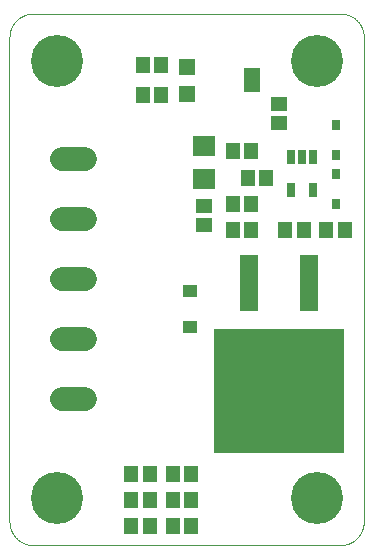
<source format=gts>
G75*
%MOIN*%
%OFA0B0*%
%FSLAX25Y25*%
%IPPOS*%
%LPD*%
%AMOC8*
5,1,8,0,0,1.08239X$1,22.5*
%
%ADD10C,0.00394*%
%ADD11R,0.05518X0.04731*%
%ADD12R,0.04731X0.05518*%
%ADD13R,0.07487X0.06699*%
%ADD14C,0.08077*%
%ADD15R,0.06109X0.18904*%
%ADD16R,0.43313X0.41739*%
%ADD17R,0.02762X0.04731*%
%ADD18R,0.05518X0.05518*%
%ADD19R,0.05518X0.08274*%
%ADD20R,0.02762X0.03550*%
%ADD21R,0.05124X0.03943*%
%ADD22C,0.17392*%
D10*
X0033230Y0040429D02*
X0033230Y0201846D01*
X0033232Y0202036D01*
X0033239Y0202226D01*
X0033251Y0202416D01*
X0033267Y0202606D01*
X0033287Y0202795D01*
X0033313Y0202984D01*
X0033342Y0203172D01*
X0033377Y0203359D01*
X0033416Y0203545D01*
X0033459Y0203730D01*
X0033507Y0203915D01*
X0033559Y0204098D01*
X0033615Y0204279D01*
X0033676Y0204459D01*
X0033742Y0204638D01*
X0033811Y0204815D01*
X0033885Y0204991D01*
X0033963Y0205164D01*
X0034046Y0205336D01*
X0034132Y0205505D01*
X0034222Y0205673D01*
X0034317Y0205838D01*
X0034415Y0206001D01*
X0034518Y0206161D01*
X0034624Y0206319D01*
X0034734Y0206474D01*
X0034847Y0206627D01*
X0034965Y0206777D01*
X0035086Y0206923D01*
X0035210Y0207067D01*
X0035338Y0207208D01*
X0035469Y0207346D01*
X0035604Y0207481D01*
X0035742Y0207612D01*
X0035883Y0207740D01*
X0036027Y0207864D01*
X0036173Y0207985D01*
X0036323Y0208103D01*
X0036476Y0208216D01*
X0036631Y0208326D01*
X0036789Y0208432D01*
X0036949Y0208535D01*
X0037112Y0208633D01*
X0037277Y0208728D01*
X0037445Y0208818D01*
X0037614Y0208904D01*
X0037786Y0208987D01*
X0037959Y0209065D01*
X0038135Y0209139D01*
X0038312Y0209208D01*
X0038491Y0209274D01*
X0038671Y0209335D01*
X0038852Y0209391D01*
X0039035Y0209443D01*
X0039220Y0209491D01*
X0039405Y0209534D01*
X0039591Y0209573D01*
X0039778Y0209608D01*
X0039966Y0209637D01*
X0040155Y0209663D01*
X0040344Y0209683D01*
X0040534Y0209699D01*
X0040724Y0209711D01*
X0040914Y0209718D01*
X0041104Y0209720D01*
X0143466Y0209720D01*
X0143656Y0209718D01*
X0143846Y0209711D01*
X0144036Y0209699D01*
X0144226Y0209683D01*
X0144415Y0209663D01*
X0144604Y0209637D01*
X0144792Y0209608D01*
X0144979Y0209573D01*
X0145165Y0209534D01*
X0145350Y0209491D01*
X0145535Y0209443D01*
X0145718Y0209391D01*
X0145899Y0209335D01*
X0146079Y0209274D01*
X0146258Y0209208D01*
X0146435Y0209139D01*
X0146611Y0209065D01*
X0146784Y0208987D01*
X0146956Y0208904D01*
X0147125Y0208818D01*
X0147293Y0208728D01*
X0147458Y0208633D01*
X0147621Y0208535D01*
X0147781Y0208432D01*
X0147939Y0208326D01*
X0148094Y0208216D01*
X0148247Y0208103D01*
X0148397Y0207985D01*
X0148543Y0207864D01*
X0148687Y0207740D01*
X0148828Y0207612D01*
X0148966Y0207481D01*
X0149101Y0207346D01*
X0149232Y0207208D01*
X0149360Y0207067D01*
X0149484Y0206923D01*
X0149605Y0206777D01*
X0149723Y0206627D01*
X0149836Y0206474D01*
X0149946Y0206319D01*
X0150052Y0206161D01*
X0150155Y0206001D01*
X0150253Y0205838D01*
X0150348Y0205673D01*
X0150438Y0205505D01*
X0150524Y0205336D01*
X0150607Y0205164D01*
X0150685Y0204991D01*
X0150759Y0204815D01*
X0150828Y0204638D01*
X0150894Y0204459D01*
X0150955Y0204279D01*
X0151011Y0204098D01*
X0151063Y0203915D01*
X0151111Y0203730D01*
X0151154Y0203545D01*
X0151193Y0203359D01*
X0151228Y0203172D01*
X0151257Y0202984D01*
X0151283Y0202795D01*
X0151303Y0202606D01*
X0151319Y0202416D01*
X0151331Y0202226D01*
X0151338Y0202036D01*
X0151340Y0201846D01*
X0151340Y0040429D01*
X0151338Y0040239D01*
X0151331Y0040049D01*
X0151319Y0039859D01*
X0151303Y0039669D01*
X0151283Y0039480D01*
X0151257Y0039291D01*
X0151228Y0039103D01*
X0151193Y0038916D01*
X0151154Y0038730D01*
X0151111Y0038545D01*
X0151063Y0038360D01*
X0151011Y0038177D01*
X0150955Y0037996D01*
X0150894Y0037816D01*
X0150828Y0037637D01*
X0150759Y0037460D01*
X0150685Y0037284D01*
X0150607Y0037111D01*
X0150524Y0036939D01*
X0150438Y0036770D01*
X0150348Y0036602D01*
X0150253Y0036437D01*
X0150155Y0036274D01*
X0150052Y0036114D01*
X0149946Y0035956D01*
X0149836Y0035801D01*
X0149723Y0035648D01*
X0149605Y0035498D01*
X0149484Y0035352D01*
X0149360Y0035208D01*
X0149232Y0035067D01*
X0149101Y0034929D01*
X0148966Y0034794D01*
X0148828Y0034663D01*
X0148687Y0034535D01*
X0148543Y0034411D01*
X0148397Y0034290D01*
X0148247Y0034172D01*
X0148094Y0034059D01*
X0147939Y0033949D01*
X0147781Y0033843D01*
X0147621Y0033740D01*
X0147458Y0033642D01*
X0147293Y0033547D01*
X0147125Y0033457D01*
X0146956Y0033371D01*
X0146784Y0033288D01*
X0146611Y0033210D01*
X0146435Y0033136D01*
X0146258Y0033067D01*
X0146079Y0033001D01*
X0145899Y0032940D01*
X0145718Y0032884D01*
X0145535Y0032832D01*
X0145350Y0032784D01*
X0145165Y0032741D01*
X0144979Y0032702D01*
X0144792Y0032667D01*
X0144604Y0032638D01*
X0144415Y0032612D01*
X0144226Y0032592D01*
X0144036Y0032576D01*
X0143846Y0032564D01*
X0143656Y0032557D01*
X0143466Y0032555D01*
X0041104Y0032555D01*
X0040914Y0032557D01*
X0040724Y0032564D01*
X0040534Y0032576D01*
X0040344Y0032592D01*
X0040155Y0032612D01*
X0039966Y0032638D01*
X0039778Y0032667D01*
X0039591Y0032702D01*
X0039405Y0032741D01*
X0039220Y0032784D01*
X0039035Y0032832D01*
X0038852Y0032884D01*
X0038671Y0032940D01*
X0038491Y0033001D01*
X0038312Y0033067D01*
X0038135Y0033136D01*
X0037959Y0033210D01*
X0037786Y0033288D01*
X0037614Y0033371D01*
X0037445Y0033457D01*
X0037277Y0033547D01*
X0037112Y0033642D01*
X0036949Y0033740D01*
X0036789Y0033843D01*
X0036631Y0033949D01*
X0036476Y0034059D01*
X0036323Y0034172D01*
X0036173Y0034290D01*
X0036027Y0034411D01*
X0035883Y0034535D01*
X0035742Y0034663D01*
X0035604Y0034794D01*
X0035469Y0034929D01*
X0035338Y0035067D01*
X0035210Y0035208D01*
X0035086Y0035352D01*
X0034965Y0035498D01*
X0034847Y0035648D01*
X0034734Y0035801D01*
X0034624Y0035956D01*
X0034518Y0036114D01*
X0034415Y0036274D01*
X0034317Y0036437D01*
X0034222Y0036602D01*
X0034132Y0036770D01*
X0034046Y0036939D01*
X0033963Y0037111D01*
X0033885Y0037284D01*
X0033811Y0037460D01*
X0033742Y0037637D01*
X0033676Y0037816D01*
X0033615Y0037996D01*
X0033559Y0038177D01*
X0033507Y0038360D01*
X0033459Y0038545D01*
X0033416Y0038730D01*
X0033377Y0038916D01*
X0033342Y0039103D01*
X0033313Y0039291D01*
X0033287Y0039480D01*
X0033267Y0039669D01*
X0033251Y0039859D01*
X0033239Y0040049D01*
X0033232Y0040239D01*
X0033230Y0040429D01*
D11*
X0098230Y0139406D03*
X0098230Y0145705D03*
X0123230Y0173156D03*
X0123230Y0179455D03*
D12*
X0113880Y0163805D03*
X0107581Y0163805D03*
X0112581Y0155055D03*
X0118880Y0155055D03*
X0113880Y0146305D03*
X0107581Y0146305D03*
X0107581Y0137555D03*
X0113880Y0137555D03*
X0125081Y0137555D03*
X0131380Y0137555D03*
X0138831Y0137555D03*
X0145130Y0137555D03*
X0083880Y0182555D03*
X0077581Y0182555D03*
X0077581Y0192555D03*
X0083880Y0192555D03*
X0087581Y0056305D03*
X0093880Y0056305D03*
X0093880Y0047555D03*
X0087581Y0047555D03*
X0080130Y0047555D03*
X0073831Y0047555D03*
X0073831Y0038805D03*
X0080130Y0038805D03*
X0087581Y0038805D03*
X0093880Y0038805D03*
X0080130Y0056305D03*
X0073831Y0056305D03*
D13*
X0098230Y0154543D03*
X0098230Y0165567D03*
D14*
X0058319Y0161305D02*
X0050642Y0161305D01*
X0050642Y0141305D02*
X0058319Y0141305D01*
X0058319Y0121305D02*
X0050642Y0121305D01*
X0050642Y0101305D02*
X0058319Y0101305D01*
X0058319Y0081305D02*
X0050642Y0081305D01*
D15*
X0113230Y0119799D03*
X0133230Y0119799D03*
D16*
X0123230Y0083776D03*
D17*
X0126990Y0150793D03*
X0134470Y0150793D03*
X0134470Y0161817D03*
X0130730Y0161817D03*
X0126990Y0161817D03*
D18*
X0092403Y0183028D03*
X0092403Y0192083D03*
D19*
X0114057Y0187555D03*
D20*
X0141980Y0172476D03*
X0141980Y0162634D03*
X0141980Y0156226D03*
X0141980Y0146384D03*
D21*
X0093476Y0117201D03*
X0093476Y0105390D03*
D22*
X0135592Y0048303D03*
X0048978Y0048303D03*
X0048978Y0193972D03*
X0135592Y0193972D03*
M02*

</source>
